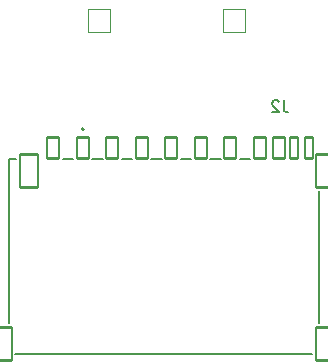
<source format=gbo>
%TF.GenerationSoftware,KiCad,Pcbnew,8.0.7-1.fc41*%
%TF.CreationDate,2025-01-19T14:43:59-06:00*%
%TF.ProjectId,Expansion_Card,45787061-6e73-4696-9f6e-5f436172642e,X1*%
%TF.SameCoordinates,Original*%
%TF.FileFunction,Legend,Bot*%
%TF.FilePolarity,Positive*%
%FSLAX46Y46*%
G04 Gerber Fmt 4.6, Leading zero omitted, Abs format (unit mm)*
G04 Created by KiCad (PCBNEW 8.0.7-1.fc41) date 2025-01-19 14:43:59*
%MOMM*%
%LPD*%
G01*
G04 APERTURE LIST*
G04 Aperture macros list*
%AMRoundRect*
0 Rectangle with rounded corners*
0 $1 Rounding radius*
0 $2 $3 $4 $5 $6 $7 $8 $9 X,Y pos of 4 corners*
0 Add a 4 corners polygon primitive as box body*
4,1,4,$2,$3,$4,$5,$6,$7,$8,$9,$2,$3,0*
0 Add four circle primitives for the rounded corners*
1,1,$1+$1,$2,$3*
1,1,$1+$1,$4,$5*
1,1,$1+$1,$6,$7*
1,1,$1+$1,$8,$9*
0 Add four rect primitives between the rounded corners*
20,1,$1+$1,$2,$3,$4,$5,0*
20,1,$1+$1,$4,$5,$6,$7,0*
20,1,$1+$1,$6,$7,$8,$9,0*
20,1,$1+$1,$8,$9,$2,$3,0*%
G04 Aperture macros list end*
%ADD10C,0.150000*%
%ADD11C,0.120000*%
%ADD12C,0.127000*%
%ADD13C,0.200000*%
%ADD14R,0.380000X1.000000*%
%ADD15R,0.700000X1.150000*%
%ADD16R,1.500000X1.500000*%
%ADD17C,1.100000*%
%ADD18C,1.600000*%
%ADD19RoundRect,0.102000X0.500000X0.900000X-0.500000X0.900000X-0.500000X-0.900000X0.500000X-0.900000X0*%
%ADD20RoundRect,0.102000X0.350000X0.900000X-0.350000X0.900000X-0.350000X-0.900000X0.350000X-0.900000X0*%
%ADD21RoundRect,0.102000X0.750000X1.400000X-0.750000X1.400000X-0.750000X-1.400000X0.750000X-1.400000X0*%
G04 APERTURE END LIST*
D10*
X149933333Y-134769819D02*
X149933333Y-135484104D01*
X149933333Y-135484104D02*
X149980952Y-135626961D01*
X149980952Y-135626961D02*
X150076190Y-135722200D01*
X150076190Y-135722200D02*
X150219047Y-135769819D01*
X150219047Y-135769819D02*
X150314285Y-135769819D01*
X149504761Y-134865057D02*
X149457142Y-134817438D01*
X149457142Y-134817438D02*
X149361904Y-134769819D01*
X149361904Y-134769819D02*
X149123809Y-134769819D01*
X149123809Y-134769819D02*
X149028571Y-134817438D01*
X149028571Y-134817438D02*
X148980952Y-134865057D01*
X148980952Y-134865057D02*
X148933333Y-134960295D01*
X148933333Y-134960295D02*
X148933333Y-135055533D01*
X148933333Y-135055533D02*
X148980952Y-135198390D01*
X148980952Y-135198390D02*
X149552380Y-135769819D01*
X149552380Y-135769819D02*
X148933333Y-135769819D01*
D11*
%TO.C,TP2*%
X133350000Y-127050000D02*
X133350000Y-128950000D01*
X133350000Y-128950000D02*
X135250000Y-128950000D01*
X135250000Y-127050000D02*
X133350000Y-127050000D01*
X135250000Y-128950000D02*
X135250000Y-127050000D01*
%TO.C,TP4*%
X144750000Y-127050000D02*
X144750000Y-128950000D01*
X144750000Y-128950000D02*
X146650000Y-128950000D01*
X146650000Y-127050000D02*
X144750000Y-127050000D01*
X146650000Y-128950000D02*
X146650000Y-127050000D01*
D12*
%TO.C,J2*%
X126625000Y-139700000D02*
X126625000Y-153630000D01*
X127195000Y-156200000D02*
X152355000Y-156200000D01*
X127285000Y-139700000D02*
X126625000Y-139700000D01*
X132080000Y-139700000D02*
X131220000Y-139700000D01*
X134580000Y-139700000D02*
X133720000Y-139700000D01*
X137080000Y-139700000D02*
X136220000Y-139700000D01*
X139580000Y-139700000D02*
X138720000Y-139700000D01*
X142080000Y-139700000D02*
X141220000Y-139700000D01*
X144580000Y-139700000D02*
X143720000Y-139700000D01*
X147080000Y-139700000D02*
X146220000Y-139700000D01*
X152925000Y-153630000D02*
X152925000Y-142470000D01*
D13*
X133000000Y-137200000D02*
G75*
G02*
X132800000Y-137200000I-100000J0D01*
G01*
X132800000Y-137200000D02*
G75*
G02*
X133000000Y-137200000I100000J0D01*
G01*
%TD*%
%LPC*%
D14*
%TO.C,P1*%
X142750000Y-129040000D03*
X142250000Y-129040000D03*
X141750000Y-129040000D03*
X141250000Y-129040000D03*
X140750000Y-129040000D03*
X139250000Y-129040000D03*
X138750000Y-129040000D03*
X138250000Y-129040000D03*
X137750000Y-129040000D03*
X137250000Y-129040000D03*
D15*
X143420000Y-129880000D03*
%TD*%
D16*
%TO.C,TP2*%
X134300000Y-128000000D03*
%TD*%
%TO.C,TP4*%
X145700000Y-128000000D03*
%TD*%
D17*
%TO.C,J2*%
X151275000Y-141750000D03*
D18*
X130275000Y-141750000D03*
D19*
X132900000Y-138800000D03*
X135400000Y-138800000D03*
X137900000Y-138800000D03*
X140400000Y-138800000D03*
X142900000Y-138800000D03*
X145400000Y-138800000D03*
X147900000Y-138800000D03*
X149530000Y-138800000D03*
X130400000Y-138800000D03*
D20*
X150830000Y-138800000D03*
X152030000Y-138800000D03*
D21*
X153425000Y-140750000D03*
X128355000Y-140750000D03*
X153425000Y-155350000D03*
X126125000Y-155350000D03*
%TD*%
%LPD*%
M02*

</source>
